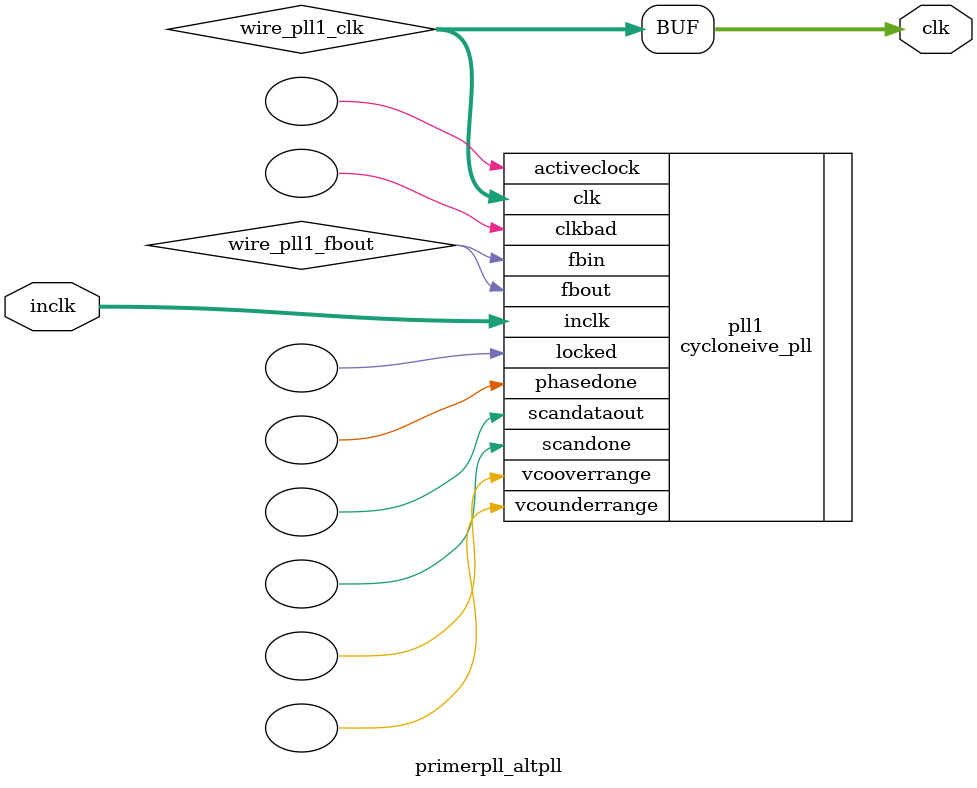
<source format=v>






//synthesis_resources = cycloneive_pll 1 
//synopsys translate_off
`timescale 1 ps / 1 ps
//synopsys translate_on
module  primerpll_altpll
	( 
	clk,
	inclk) /* synthesis synthesis_clearbox=1 */;
	output   [4:0]  clk;
	input   [1:0]  inclk;
`ifndef ALTERA_RESERVED_QIS
// synopsys translate_off
`endif
	tri0   [1:0]  inclk;
`ifndef ALTERA_RESERVED_QIS
// synopsys translate_on
`endif

	wire  [4:0]   wire_pll1_clk;
	wire  wire_pll1_fbout;

	cycloneive_pll   pll1
	( 
	.activeclock(),
	.clk(wire_pll1_clk),
	.clkbad(),
	.fbin(wire_pll1_fbout),
	.fbout(wire_pll1_fbout),
	.inclk(inclk),
	.locked(),
	.phasedone(),
	.scandataout(),
	.scandone(),
	.vcooverrange(),
	.vcounderrange()
	`ifndef FORMAL_VERIFICATION
	// synopsys translate_off
	`endif
	,
	.areset(1'b0),
	.clkswitch(1'b0),
	.configupdate(1'b0),
	.pfdena(1'b1),
	.phasecounterselect({3{1'b0}}),
	.phasestep(1'b0),
	.phaseupdown(1'b0),
	.scanclk(1'b0),
	.scanclkena(1'b1),
	.scandata(1'b0)
	`ifndef FORMAL_VERIFICATION
	// synopsys translate_on
	`endif
	);
	defparam
		pll1.bandwidth_type = "auto",
		pll1.clk0_divide_by = 2500,
		pll1.clk0_duty_cycle = 50,
		pll1.clk0_multiply_by = 1,
		pll1.clk0_phase_shift = "0",
		pll1.compensate_clock = "clk0",
		pll1.inclk0_input_frequency = 40000,
		pll1.operation_mode = "normal",
		pll1.pll_type = "auto",
		pll1.lpm_type = "cycloneive_pll";
	assign
		clk = {wire_pll1_clk[4:0]};
endmodule //primerpll_altpll
//VALID FILE

</source>
